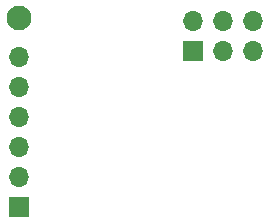
<source format=gbr>
%TF.GenerationSoftware,KiCad,Pcbnew,6.0.0-d3dd2cf0fa~116~ubuntu20.04.1*%
%TF.CreationDate,2022-01-27T11:36:16+01:00*%
%TF.ProjectId,ex00,65783030-2e6b-4696-9361-645f70636258,rev?*%
%TF.SameCoordinates,Original*%
%TF.FileFunction,Soldermask,Bot*%
%TF.FilePolarity,Negative*%
%FSLAX46Y46*%
G04 Gerber Fmt 4.6, Leading zero omitted, Abs format (unit mm)*
G04 Created by KiCad (PCBNEW 6.0.0-d3dd2cf0fa~116~ubuntu20.04.1) date 2022-01-27 11:36:16*
%MOMM*%
%LPD*%
G01*
G04 APERTURE LIST*
%ADD10C,2.100000*%
%ADD11R,1.700000X1.700000*%
%ADD12O,1.700000X1.700000*%
G04 APERTURE END LIST*
D10*
%TO.C,H1*%
X61214000Y-73152000D03*
%TD*%
D11*
%TO.C,J1*%
X61214000Y-89154000D03*
D12*
X61214000Y-86614000D03*
X61214000Y-84074000D03*
X61214000Y-81534000D03*
X61214000Y-78994000D03*
X61214000Y-76454000D03*
%TD*%
D11*
%TO.C,J2*%
X75946000Y-75946000D03*
D12*
X75946000Y-73406000D03*
X78486000Y-75946000D03*
X78486000Y-73406000D03*
X81026000Y-75946000D03*
X81026000Y-73406000D03*
%TD*%
M02*

</source>
